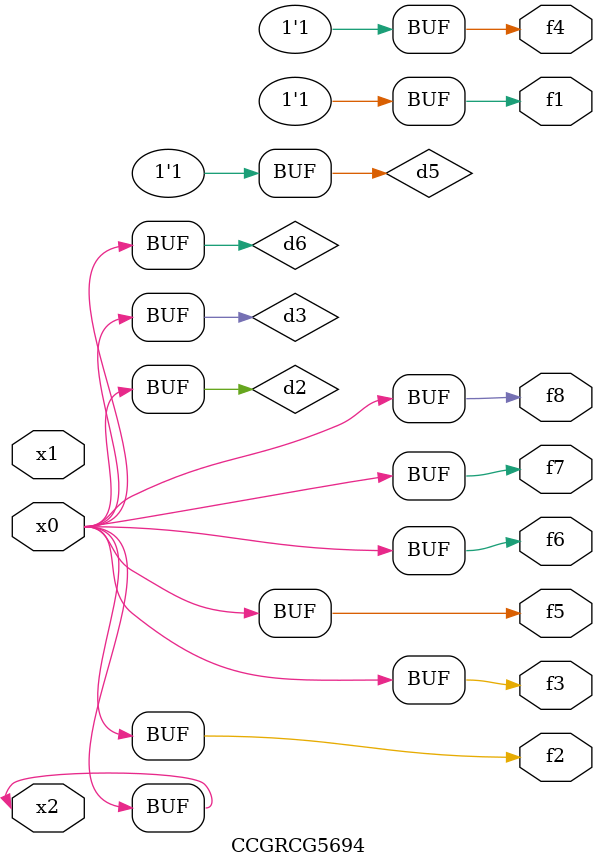
<source format=v>
module CCGRCG5694(
	input x0, x1, x2,
	output f1, f2, f3, f4, f5, f6, f7, f8
);

	wire d1, d2, d3, d4, d5, d6;

	xnor (d1, x2);
	buf (d2, x0, x2);
	and (d3, x0);
	xnor (d4, x1, x2);
	nand (d5, d1, d3);
	buf (d6, d2, d3);
	assign f1 = d5;
	assign f2 = d6;
	assign f3 = d6;
	assign f4 = d5;
	assign f5 = d6;
	assign f6 = d6;
	assign f7 = d6;
	assign f8 = d6;
endmodule

</source>
